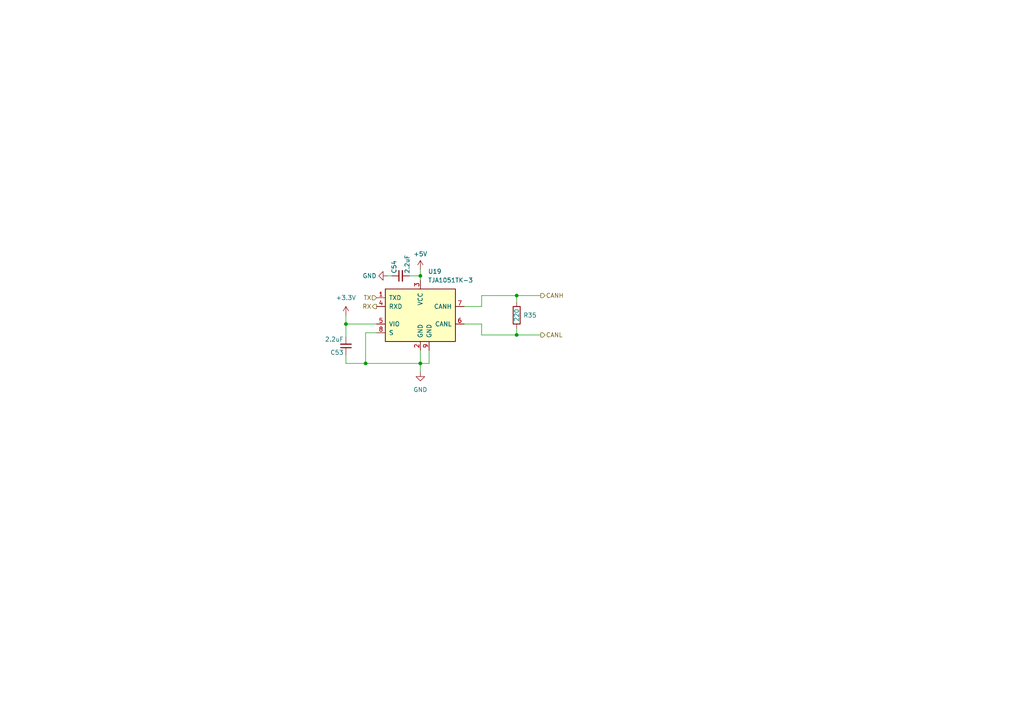
<source format=kicad_sch>
(kicad_sch (version 20230121) (generator eeschema)

  (uuid 6d62c222-d8db-46f0-b24d-a72bfc702f3d)

  (paper "A4")

  (lib_symbols
    (symbol "Device:C_Small" (pin_numbers hide) (pin_names (offset 0.254) hide) (in_bom yes) (on_board yes)
      (property "Reference" "C" (at 0.254 1.778 0)
        (effects (font (size 1.27 1.27)) (justify left))
      )
      (property "Value" "C_Small" (at 0.254 -2.032 0)
        (effects (font (size 1.27 1.27)) (justify left))
      )
      (property "Footprint" "" (at 0 0 0)
        (effects (font (size 1.27 1.27)) hide)
      )
      (property "Datasheet" "~" (at 0 0 0)
        (effects (font (size 1.27 1.27)) hide)
      )
      (property "ki_keywords" "capacitor cap" (at 0 0 0)
        (effects (font (size 1.27 1.27)) hide)
      )
      (property "ki_description" "Unpolarized capacitor, small symbol" (at 0 0 0)
        (effects (font (size 1.27 1.27)) hide)
      )
      (property "ki_fp_filters" "C_*" (at 0 0 0)
        (effects (font (size 1.27 1.27)) hide)
      )
      (symbol "C_Small_0_1"
        (polyline
          (pts
            (xy -1.524 -0.508)
            (xy 1.524 -0.508)
          )
          (stroke (width 0.3302) (type default))
          (fill (type none))
        )
        (polyline
          (pts
            (xy -1.524 0.508)
            (xy 1.524 0.508)
          )
          (stroke (width 0.3048) (type default))
          (fill (type none))
        )
      )
      (symbol "C_Small_1_1"
        (pin passive line (at 0 2.54 270) (length 2.032)
          (name "~" (effects (font (size 1.27 1.27))))
          (number "1" (effects (font (size 1.27 1.27))))
        )
        (pin passive line (at 0 -2.54 90) (length 2.032)
          (name "~" (effects (font (size 1.27 1.27))))
          (number "2" (effects (font (size 1.27 1.27))))
        )
      )
    )
    (symbol "Device:R" (pin_numbers hide) (pin_names (offset 0)) (in_bom yes) (on_board yes)
      (property "Reference" "R" (at 2.032 0 90)
        (effects (font (size 1.27 1.27)))
      )
      (property "Value" "R" (at 0 0 90)
        (effects (font (size 1.27 1.27)))
      )
      (property "Footprint" "" (at -1.778 0 90)
        (effects (font (size 1.27 1.27)) hide)
      )
      (property "Datasheet" "~" (at 0 0 0)
        (effects (font (size 1.27 1.27)) hide)
      )
      (property "ki_keywords" "R res resistor" (at 0 0 0)
        (effects (font (size 1.27 1.27)) hide)
      )
      (property "ki_description" "Resistor" (at 0 0 0)
        (effects (font (size 1.27 1.27)) hide)
      )
      (property "ki_fp_filters" "R_*" (at 0 0 0)
        (effects (font (size 1.27 1.27)) hide)
      )
      (symbol "R_0_1"
        (rectangle (start -1.016 -2.54) (end 1.016 2.54)
          (stroke (width 0.254) (type default))
          (fill (type none))
        )
      )
      (symbol "R_1_1"
        (pin passive line (at 0 3.81 270) (length 1.27)
          (name "~" (effects (font (size 1.27 1.27))))
          (number "1" (effects (font (size 1.27 1.27))))
        )
        (pin passive line (at 0 -3.81 90) (length 1.27)
          (name "~" (effects (font (size 1.27 1.27))))
          (number "2" (effects (font (size 1.27 1.27))))
        )
      )
    )
    (symbol "Interface_CAN_LIN:TJA1051TK-3" (pin_names (offset 1.016)) (in_bom yes) (on_board yes)
      (property "Reference" "U" (at -10.16 8.89 0)
        (effects (font (size 1.27 1.27)) (justify left))
      )
      (property "Value" "TJA1051TK-3" (at 1.27 8.89 0)
        (effects (font (size 1.27 1.27)) (justify left))
      )
      (property "Footprint" "Package_DFN_QFN:DFN-8-1EP_3x3mm_P0.65mm_EP1.55x2.4mm" (at 0 -12.7 0)
        (effects (font (size 1.27 1.27) italic) hide)
      )
      (property "Datasheet" "http://www.nxp.com/docs/en/data-sheet/TJA1051.pdf" (at 0 0 0)
        (effects (font (size 1.27 1.27)) hide)
      )
      (property "ki_keywords" "High-Speed CAN Transceiver HVSON-8" (at 0 0 0)
        (effects (font (size 1.27 1.27)) hide)
      )
      (property "ki_description" "High-Speed CAN Transceiver, separate VIO, silent mode, DFN-8" (at 0 0 0)
        (effects (font (size 1.27 1.27)) hide)
      )
      (property "ki_fp_filters" "DFN*1EP*3x3mm*P0.65mm*" (at 0 0 0)
        (effects (font (size 1.27 1.27)) hide)
      )
      (symbol "TJA1051TK-3_0_1"
        (rectangle (start -10.16 7.62) (end 10.16 -7.62)
          (stroke (width 0.254) (type default))
          (fill (type background))
        )
      )
      (symbol "TJA1051TK-3_1_1"
        (pin input line (at -12.7 5.08 0) (length 2.54)
          (name "TXD" (effects (font (size 1.27 1.27))))
          (number "1" (effects (font (size 1.27 1.27))))
        )
        (pin power_in line (at 0 -10.16 90) (length 2.54)
          (name "GND" (effects (font (size 1.27 1.27))))
          (number "2" (effects (font (size 1.27 1.27))))
        )
        (pin power_in line (at 0 10.16 270) (length 2.54)
          (name "VCC" (effects (font (size 1.27 1.27))))
          (number "3" (effects (font (size 1.27 1.27))))
        )
        (pin output line (at -12.7 2.54 0) (length 2.54)
          (name "RXD" (effects (font (size 1.27 1.27))))
          (number "4" (effects (font (size 1.27 1.27))))
        )
        (pin power_in line (at -12.7 -2.54 0) (length 2.54)
          (name "VIO" (effects (font (size 1.27 1.27))))
          (number "5" (effects (font (size 1.27 1.27))))
        )
        (pin bidirectional line (at 12.7 -2.54 180) (length 2.54)
          (name "CANL" (effects (font (size 1.27 1.27))))
          (number "6" (effects (font (size 1.27 1.27))))
        )
        (pin bidirectional line (at 12.7 2.54 180) (length 2.54)
          (name "CANH" (effects (font (size 1.27 1.27))))
          (number "7" (effects (font (size 1.27 1.27))))
        )
        (pin input line (at -12.7 -5.08 0) (length 2.54)
          (name "S" (effects (font (size 1.27 1.27))))
          (number "8" (effects (font (size 1.27 1.27))))
        )
        (pin power_in line (at 2.54 -10.16 90) (length 2.54)
          (name "GND" (effects (font (size 1.27 1.27))))
          (number "9" (effects (font (size 1.27 1.27))))
        )
      )
    )
    (symbol "power:+3.3V" (power) (pin_names (offset 0)) (in_bom yes) (on_board yes)
      (property "Reference" "#PWR" (at 0 -3.81 0)
        (effects (font (size 1.27 1.27)) hide)
      )
      (property "Value" "+3.3V" (at 0 3.556 0)
        (effects (font (size 1.27 1.27)))
      )
      (property "Footprint" "" (at 0 0 0)
        (effects (font (size 1.27 1.27)) hide)
      )
      (property "Datasheet" "" (at 0 0 0)
        (effects (font (size 1.27 1.27)) hide)
      )
      (property "ki_keywords" "global power" (at 0 0 0)
        (effects (font (size 1.27 1.27)) hide)
      )
      (property "ki_description" "Power symbol creates a global label with name \"+3.3V\"" (at 0 0 0)
        (effects (font (size 1.27 1.27)) hide)
      )
      (symbol "+3.3V_0_1"
        (polyline
          (pts
            (xy -0.762 1.27)
            (xy 0 2.54)
          )
          (stroke (width 0) (type default))
          (fill (type none))
        )
        (polyline
          (pts
            (xy 0 0)
            (xy 0 2.54)
          )
          (stroke (width 0) (type default))
          (fill (type none))
        )
        (polyline
          (pts
            (xy 0 2.54)
            (xy 0.762 1.27)
          )
          (stroke (width 0) (type default))
          (fill (type none))
        )
      )
      (symbol "+3.3V_1_1"
        (pin power_in line (at 0 0 90) (length 0) hide
          (name "+3.3V" (effects (font (size 1.27 1.27))))
          (number "1" (effects (font (size 1.27 1.27))))
        )
      )
    )
    (symbol "power:+5V" (power) (pin_names (offset 0)) (in_bom yes) (on_board yes)
      (property "Reference" "#PWR" (at 0 -3.81 0)
        (effects (font (size 1.27 1.27)) hide)
      )
      (property "Value" "+5V" (at 0 3.556 0)
        (effects (font (size 1.27 1.27)))
      )
      (property "Footprint" "" (at 0 0 0)
        (effects (font (size 1.27 1.27)) hide)
      )
      (property "Datasheet" "" (at 0 0 0)
        (effects (font (size 1.27 1.27)) hide)
      )
      (property "ki_keywords" "global power" (at 0 0 0)
        (effects (font (size 1.27 1.27)) hide)
      )
      (property "ki_description" "Power symbol creates a global label with name \"+5V\"" (at 0 0 0)
        (effects (font (size 1.27 1.27)) hide)
      )
      (symbol "+5V_0_1"
        (polyline
          (pts
            (xy -0.762 1.27)
            (xy 0 2.54)
          )
          (stroke (width 0) (type default))
          (fill (type none))
        )
        (polyline
          (pts
            (xy 0 0)
            (xy 0 2.54)
          )
          (stroke (width 0) (type default))
          (fill (type none))
        )
        (polyline
          (pts
            (xy 0 2.54)
            (xy 0.762 1.27)
          )
          (stroke (width 0) (type default))
          (fill (type none))
        )
      )
      (symbol "+5V_1_1"
        (pin power_in line (at 0 0 90) (length 0) hide
          (name "+5V" (effects (font (size 1.27 1.27))))
          (number "1" (effects (font (size 1.27 1.27))))
        )
      )
    )
    (symbol "power:GND" (power) (pin_names (offset 0)) (in_bom yes) (on_board yes)
      (property "Reference" "#PWR" (at 0 -6.35 0)
        (effects (font (size 1.27 1.27)) hide)
      )
      (property "Value" "GND" (at 0 -3.81 0)
        (effects (font (size 1.27 1.27)))
      )
      (property "Footprint" "" (at 0 0 0)
        (effects (font (size 1.27 1.27)) hide)
      )
      (property "Datasheet" "" (at 0 0 0)
        (effects (font (size 1.27 1.27)) hide)
      )
      (property "ki_keywords" "global power" (at 0 0 0)
        (effects (font (size 1.27 1.27)) hide)
      )
      (property "ki_description" "Power symbol creates a global label with name \"GND\" , ground" (at 0 0 0)
        (effects (font (size 1.27 1.27)) hide)
      )
      (symbol "GND_0_1"
        (polyline
          (pts
            (xy 0 0)
            (xy 0 -1.27)
            (xy 1.27 -1.27)
            (xy 0 -2.54)
            (xy -1.27 -1.27)
            (xy 0 -1.27)
          )
          (stroke (width 0) (type default))
          (fill (type none))
        )
      )
      (symbol "GND_1_1"
        (pin power_in line (at 0 0 270) (length 0) hide
          (name "GND" (effects (font (size 1.27 1.27))))
          (number "1" (effects (font (size 1.27 1.27))))
        )
      )
    )
  )

  (junction (at 121.92 105.41) (diameter 0) (color 0 0 0 0)
    (uuid 4ae8b835-541b-4ad6-8702-2f8ef4daa789)
  )
  (junction (at 106.045 105.41) (diameter 0) (color 0 0 0 0)
    (uuid 8832d81c-8024-49f3-b3c2-f8e22e7256e8)
  )
  (junction (at 100.33 93.98) (diameter 0) (color 0 0 0 0)
    (uuid 9460e92d-5d9d-4c57-9347-7cde80898df2)
  )
  (junction (at 149.86 97.155) (diameter 0) (color 0 0 0 0)
    (uuid 9c09d6e7-4329-4ba8-8c2e-7cb971cd781f)
  )
  (junction (at 121.92 80.01) (diameter 0) (color 0 0 0 0)
    (uuid a285d768-7830-450f-a6d5-50ccf11ff973)
  )
  (junction (at 149.86 85.725) (diameter 0) (color 0 0 0 0)
    (uuid e2f6afb0-5db5-4afc-bd3a-367449c077e4)
  )

  (wire (pts (xy 149.86 97.155) (xy 149.86 95.25))
    (stroke (width 0) (type default))
    (uuid 032ce003-be5f-465e-b79f-c5c9ba5c0b97)
  )
  (wire (pts (xy 100.33 102.87) (xy 100.33 105.41))
    (stroke (width 0) (type default))
    (uuid 0c91f20d-0bbd-4608-9417-0d68d2d93682)
  )
  (wire (pts (xy 121.92 101.6) (xy 121.92 105.41))
    (stroke (width 0) (type default))
    (uuid 11ea65c6-b75e-465e-9eb5-5960be6b91ae)
  )
  (wire (pts (xy 121.92 78.105) (xy 121.92 80.01))
    (stroke (width 0) (type default))
    (uuid 12a09938-b394-49c3-a373-7c6a6690c3d3)
  )
  (wire (pts (xy 149.86 85.725) (xy 149.86 87.63))
    (stroke (width 0) (type default))
    (uuid 14e1fe4e-d627-4490-837f-2c9968be8f05)
  )
  (wire (pts (xy 100.33 105.41) (xy 106.045 105.41))
    (stroke (width 0) (type default))
    (uuid 2de21084-811f-4a38-bb78-e968acc688ed)
  )
  (wire (pts (xy 106.045 105.41) (xy 121.92 105.41))
    (stroke (width 0) (type default))
    (uuid 40953a09-50b6-4e7b-b30d-a95ab5d77a47)
  )
  (wire (pts (xy 121.92 105.41) (xy 124.46 105.41))
    (stroke (width 0) (type default))
    (uuid 4ee1dfb8-bc13-4e84-bf28-05ff553c1b7a)
  )
  (wire (pts (xy 139.7 97.155) (xy 149.86 97.155))
    (stroke (width 0) (type default))
    (uuid 6826f2ed-c260-4c60-932f-93d10a42672f)
  )
  (wire (pts (xy 109.22 93.98) (xy 100.33 93.98))
    (stroke (width 0) (type default))
    (uuid 6c11fdd5-73bc-4cd3-9b3a-0032fb2ad6f2)
  )
  (wire (pts (xy 149.86 97.155) (xy 156.845 97.155))
    (stroke (width 0) (type default))
    (uuid 729ec585-cefc-48ed-b3d5-9b77785cee4c)
  )
  (wire (pts (xy 121.92 80.01) (xy 121.92 81.28))
    (stroke (width 0) (type default))
    (uuid 76347db0-f89d-4860-a15c-6ae82e5cbe5b)
  )
  (wire (pts (xy 134.62 93.98) (xy 139.7 93.98))
    (stroke (width 0) (type default))
    (uuid 7b2521e0-97ae-475c-a1a4-8aa7f1bfd974)
  )
  (wire (pts (xy 139.7 85.725) (xy 149.86 85.725))
    (stroke (width 0) (type default))
    (uuid 8d349f6c-41c0-4812-8cf5-2e58ce6ed232)
  )
  (wire (pts (xy 121.92 105.41) (xy 121.92 107.95))
    (stroke (width 0) (type default))
    (uuid 9d84acda-0e05-4e86-8b5a-581cbb557caf)
  )
  (wire (pts (xy 139.7 88.9) (xy 139.7 85.725))
    (stroke (width 0) (type default))
    (uuid a7ea46f0-0e20-4f39-ad25-39fc9d6161f3)
  )
  (wire (pts (xy 124.46 105.41) (xy 124.46 101.6))
    (stroke (width 0) (type default))
    (uuid a8d33ee4-23de-44aa-b2ca-e2768267aef3)
  )
  (wire (pts (xy 109.22 96.52) (xy 106.045 96.52))
    (stroke (width 0) (type default))
    (uuid bb6b90d5-5104-497f-8691-bced9c56f0e9)
  )
  (wire (pts (xy 134.62 88.9) (xy 139.7 88.9))
    (stroke (width 0) (type default))
    (uuid bfa00255-b274-4ff0-9c62-fb2c66753e78)
  )
  (wire (pts (xy 100.33 91.44) (xy 100.33 93.98))
    (stroke (width 0) (type default))
    (uuid d4d8ff84-8b07-45ac-8ce5-ba9d6a683187)
  )
  (wire (pts (xy 118.745 80.01) (xy 121.92 80.01))
    (stroke (width 0) (type default))
    (uuid d89ed6c5-d344-487c-b4a9-1d2e4c6a7e3f)
  )
  (wire (pts (xy 149.86 85.725) (xy 156.845 85.725))
    (stroke (width 0) (type default))
    (uuid dfa99f0f-0d21-4c0d-8fe3-e601c297e8de)
  )
  (wire (pts (xy 112.395 80.01) (xy 113.665 80.01))
    (stroke (width 0) (type default))
    (uuid e3977ed8-1f0d-45bf-a845-13c533bd58ed)
  )
  (wire (pts (xy 139.7 93.98) (xy 139.7 97.155))
    (stroke (width 0) (type default))
    (uuid e50da812-42b7-419f-baa6-bacaab8c9da5)
  )
  (wire (pts (xy 106.045 96.52) (xy 106.045 105.41))
    (stroke (width 0) (type default))
    (uuid e50effe2-2810-4d47-85e0-6ca523835a8d)
  )
  (wire (pts (xy 100.33 93.98) (xy 100.33 97.79))
    (stroke (width 0) (type default))
    (uuid e6d51a73-6b7a-4722-89cd-5da27550e468)
  )

  (hierarchical_label "CANH" (shape output) (at 156.845 85.725 0) (fields_autoplaced)
    (effects (font (size 1.27 1.27)) (justify left))
    (uuid 68c37a7f-69fd-413f-8310-77f3a7256563)
  )
  (hierarchical_label "TX" (shape input) (at 109.22 86.36 180) (fields_autoplaced)
    (effects (font (size 1.27 1.27)) (justify right))
    (uuid 68cd3d77-2943-4037-92a5-b73b829ad8f5)
  )
  (hierarchical_label "RX" (shape output) (at 109.22 88.9 180) (fields_autoplaced)
    (effects (font (size 1.27 1.27)) (justify right))
    (uuid 87a7a98f-e2d4-4614-b6df-5629c53da484)
  )
  (hierarchical_label "CANL" (shape output) (at 156.845 97.155 0) (fields_autoplaced)
    (effects (font (size 1.27 1.27)) (justify left))
    (uuid 93df3f6a-72a8-4aaf-9885-793121880d15)
  )

  (symbol (lib_id "power:GND") (at 121.92 107.95 0) (unit 1)
    (in_bom yes) (on_board yes) (dnp no) (fields_autoplaced)
    (uuid 227d8503-8690-4055-ab9c-cc245bc23508)
    (property "Reference" "#PWR084" (at 121.92 114.3 0)
      (effects (font (size 1.27 1.27)) hide)
    )
    (property "Value" "GND" (at 121.92 113.03 0)
      (effects (font (size 1.27 1.27)))
    )
    (property "Footprint" "" (at 121.92 107.95 0)
      (effects (font (size 1.27 1.27)) hide)
    )
    (property "Datasheet" "" (at 121.92 107.95 0)
      (effects (font (size 1.27 1.27)) hide)
    )
    (pin "1" (uuid 25846647-0720-432f-95e2-fcad2614724b))
    (instances
      (project "vesc6"
        (path "/c247c2e5-94e2-4478-8dd5-8b3dad423a06/00a703d6-64d1-4f1b-9551-509f6d50aa73"
          (reference "#PWR084") (unit 1)
        )
      )
    )
  )

  (symbol (lib_id "Device:C_Small") (at 116.205 80.01 90) (unit 1)
    (in_bom yes) (on_board yes) (dnp no)
    (uuid 2581504d-6a91-49c0-88f0-b1e2f06d7198)
    (property "Reference" "C54" (at 114.3 79.375 0)
      (effects (font (size 1.27 1.27)) (justify left))
    )
    (property "Value" "2.2uF" (at 118.11 79.375 0)
      (effects (font (size 1.27 1.27)) (justify left))
    )
    (property "Footprint" "Resistor_SMD:R_0603_1608Metric" (at 116.205 80.01 0)
      (effects (font (size 1.27 1.27)) hide)
    )
    (property "Datasheet" "~" (at 116.205 80.01 0)
      (effects (font (size 1.27 1.27)) hide)
    )
    (property "LCSC" "C23630" (at 116.205 80.01 90)
      (effects (font (size 1.27 1.27)) hide)
    )
    (pin "1" (uuid 201a2251-3564-44f1-ad72-e9e8ccbf0341))
    (pin "2" (uuid d16e8a04-e9a7-41b6-b657-2de87fad02e9))
    (instances
      (project "vesc6"
        (path "/c247c2e5-94e2-4478-8dd5-8b3dad423a06/00a703d6-64d1-4f1b-9551-509f6d50aa73"
          (reference "C54") (unit 1)
        )
      )
    )
  )

  (symbol (lib_id "Device:C_Small") (at 100.33 100.33 180) (unit 1)
    (in_bom yes) (on_board yes) (dnp no)
    (uuid 417d3650-bda8-47b6-8312-c316ffcb6731)
    (property "Reference" "C53" (at 99.695 102.235 0)
      (effects (font (size 1.27 1.27)) (justify left))
    )
    (property "Value" "2.2uF" (at 99.695 98.425 0)
      (effects (font (size 1.27 1.27)) (justify left))
    )
    (property "Footprint" "Resistor_SMD:R_0603_1608Metric" (at 100.33 100.33 0)
      (effects (font (size 1.27 1.27)) hide)
    )
    (property "Datasheet" "~" (at 100.33 100.33 0)
      (effects (font (size 1.27 1.27)) hide)
    )
    (property "LCSC" "C23630" (at 100.33 100.33 90)
      (effects (font (size 1.27 1.27)) hide)
    )
    (pin "1" (uuid 2b549d1a-50f8-412e-9691-9f68fc0cb1d7))
    (pin "2" (uuid a67b4548-c6d9-4e4a-8785-54c745651f46))
    (instances
      (project "vesc6"
        (path "/c247c2e5-94e2-4478-8dd5-8b3dad423a06/00a703d6-64d1-4f1b-9551-509f6d50aa73"
          (reference "C53") (unit 1)
        )
      )
    )
  )

  (symbol (lib_id "power:+3.3V") (at 100.33 91.44 0) (unit 1)
    (in_bom yes) (on_board yes) (dnp no) (fields_autoplaced)
    (uuid 43d26530-aae0-4aa9-9963-1af4c2b4e0bf)
    (property "Reference" "#PWR081" (at 100.33 95.25 0)
      (effects (font (size 1.27 1.27)) hide)
    )
    (property "Value" "+3.3V" (at 100.33 86.36 0)
      (effects (font (size 1.27 1.27)))
    )
    (property "Footprint" "" (at 100.33 91.44 0)
      (effects (font (size 1.27 1.27)) hide)
    )
    (property "Datasheet" "" (at 100.33 91.44 0)
      (effects (font (size 1.27 1.27)) hide)
    )
    (pin "1" (uuid 2a917168-3247-4026-a110-7a5022a54a40))
    (instances
      (project "vesc6"
        (path "/c247c2e5-94e2-4478-8dd5-8b3dad423a06/00a703d6-64d1-4f1b-9551-509f6d50aa73"
          (reference "#PWR081") (unit 1)
        )
      )
    )
  )

  (symbol (lib_id "Device:R") (at 149.86 91.44 0) (unit 1)
    (in_bom yes) (on_board yes) (dnp no)
    (uuid 4b131bab-9a7f-48d8-b9b1-fbb8a17e560e)
    (property "Reference" "R35" (at 151.765 91.44 0)
      (effects (font (size 1.27 1.27)) (justify left))
    )
    (property "Value" "220" (at 149.86 93.345 90)
      (effects (font (size 1.27 1.27)) (justify left))
    )
    (property "Footprint" "Resistor_SMD:R_0402_1005Metric" (at 148.082 91.44 90)
      (effects (font (size 1.27 1.27)) hide)
    )
    (property "Datasheet" "~" (at 149.86 91.44 0)
      (effects (font (size 1.27 1.27)) hide)
    )
    (property "LCSC" "C25091" (at 149.86 91.44 0)
      (effects (font (size 1.27 1.27)) hide)
    )
    (pin "1" (uuid 893a9272-9256-45ae-be42-e749ea093ebb))
    (pin "2" (uuid dad65220-5f41-4507-987f-3b9401c9daa8))
    (instances
      (project "vesc6"
        (path "/c247c2e5-94e2-4478-8dd5-8b3dad423a06/00a703d6-64d1-4f1b-9551-509f6d50aa73"
          (reference "R35") (unit 1)
        )
      )
    )
  )

  (symbol (lib_id "Interface_CAN_LIN:TJA1051TK-3") (at 121.92 91.44 0) (unit 1)
    (in_bom yes) (on_board yes) (dnp no) (fields_autoplaced)
    (uuid 5e0a0a84-b018-4871-8a5b-3dd0905d7e45)
    (property "Reference" "U19" (at 124.1141 78.74 0)
      (effects (font (size 1.27 1.27)) (justify left))
    )
    (property "Value" "TJA1051TK-3" (at 124.1141 81.28 0)
      (effects (font (size 1.27 1.27)) (justify left))
    )
    (property "Footprint" "Package_DFN_QFN:DFN-8-1EP_3x3mm_P0.65mm_EP1.55x2.4mm" (at 121.92 104.14 0)
      (effects (font (size 1.27 1.27) italic) hide)
    )
    (property "Datasheet" "http://www.nxp.com/docs/en/data-sheet/TJA1051.pdf" (at 121.92 91.44 0)
      (effects (font (size 1.27 1.27)) hide)
    )
    (property "LCSC" "C124020" (at 121.92 91.44 0)
      (effects (font (size 1.27 1.27)) hide)
    )
    (pin "2" (uuid d68c7558-2a63-4de6-a5f0-b867b12eebe6))
    (pin "6" (uuid a39b4f7f-7370-46c1-9bcb-5dc9e219744f))
    (pin "7" (uuid 39453c93-3ac9-4e7b-b373-ec6c4ea4b24b))
    (pin "1" (uuid 7c37a74b-e8ef-4377-9e30-3256c69c91f8))
    (pin "5" (uuid 0c0663d1-b99f-41b2-80b5-f41aa9e20919))
    (pin "8" (uuid badd86bc-d158-47ce-8e8b-15260fe77c42))
    (pin "4" (uuid 635dd37f-2f63-42cd-b0f1-6e02887353f5))
    (pin "3" (uuid 3eb01707-fac3-41f1-977c-9f39c34aa9f2))
    (pin "9" (uuid d898c05f-da13-4fe5-a68d-6636e9ca908c))
    (instances
      (project "vesc6"
        (path "/c247c2e5-94e2-4478-8dd5-8b3dad423a06/00a703d6-64d1-4f1b-9551-509f6d50aa73"
          (reference "U19") (unit 1)
        )
      )
    )
  )

  (symbol (lib_id "power:+5V") (at 121.92 78.105 0) (unit 1)
    (in_bom yes) (on_board yes) (dnp no) (fields_autoplaced)
    (uuid 6b52c899-9116-4b03-ab81-8adbf6d10a75)
    (property "Reference" "#PWR083" (at 121.92 81.915 0)
      (effects (font (size 1.27 1.27)) hide)
    )
    (property "Value" "+5V" (at 121.92 73.66 0)
      (effects (font (size 1.27 1.27)))
    )
    (property "Footprint" "" (at 121.92 78.105 0)
      (effects (font (size 1.27 1.27)) hide)
    )
    (property "Datasheet" "" (at 121.92 78.105 0)
      (effects (font (size 1.27 1.27)) hide)
    )
    (pin "1" (uuid df97d6e9-cef0-47ff-a264-ff71574620f1))
    (instances
      (project "vesc6"
        (path "/c247c2e5-94e2-4478-8dd5-8b3dad423a06/00a703d6-64d1-4f1b-9551-509f6d50aa73"
          (reference "#PWR083") (unit 1)
        )
      )
    )
  )

  (symbol (lib_id "power:GND") (at 112.395 80.01 270) (unit 1)
    (in_bom yes) (on_board yes) (dnp no) (fields_autoplaced)
    (uuid abdc1bfd-2b9b-4689-863a-38c3e801d497)
    (property "Reference" "#PWR082" (at 106.045 80.01 0)
      (effects (font (size 1.27 1.27)) hide)
    )
    (property "Value" "GND" (at 109.22 80.01 90)
      (effects (font (size 1.27 1.27)) (justify right))
    )
    (property "Footprint" "" (at 112.395 80.01 0)
      (effects (font (size 1.27 1.27)) hide)
    )
    (property "Datasheet" "" (at 112.395 80.01 0)
      (effects (font (size 1.27 1.27)) hide)
    )
    (pin "1" (uuid 74931a1d-a217-4f72-9a58-64eee35ad07e))
    (instances
      (project "vesc6"
        (path "/c247c2e5-94e2-4478-8dd5-8b3dad423a06/00a703d6-64d1-4f1b-9551-509f6d50aa73"
          (reference "#PWR082") (unit 1)
        )
      )
    )
  )
)

</source>
